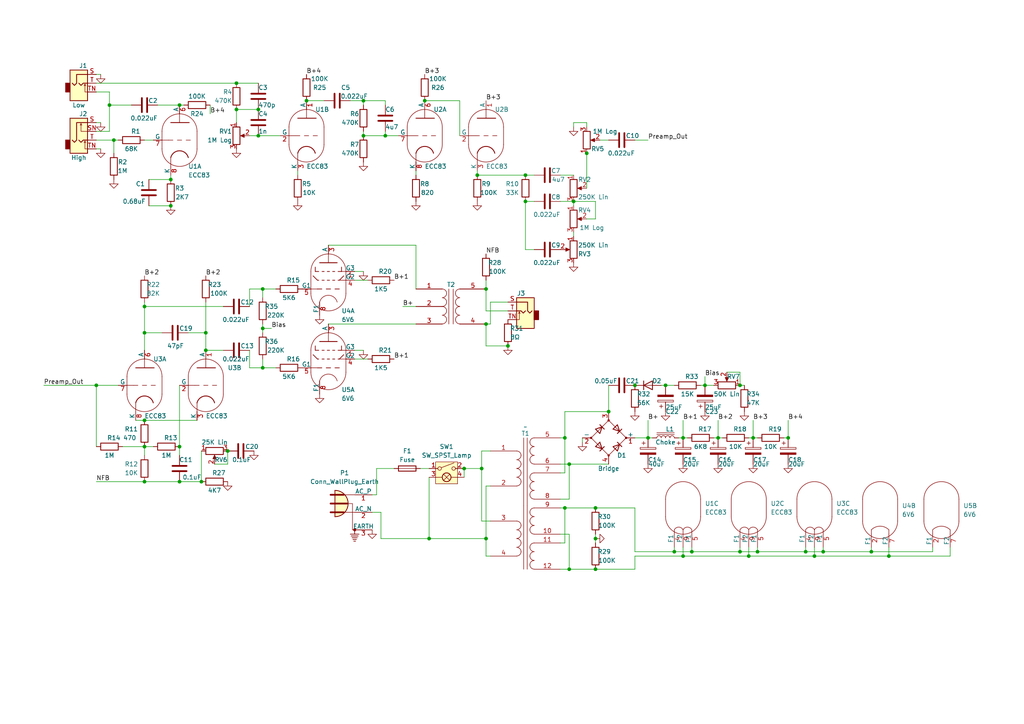
<source format=kicad_sch>
(kicad_sch (version 20230121) (generator eeschema)
  (paper "A4")
  (lib_symbols
    (symbol "Connector:Conn_WallPlug_Earth" (pin_names (offset 0))
      (property "Reference" "P" (at 0 3.81 0))
      (property "Value" "Conn_WallPlug_Earth" (at -5.08 0 90))
      (symbol "Conn_WallPlug_Earth_1_1"
        (pin power_out line (at 7.62 2.54 180) (length 5.08) (name "AC_P") (number "1"))
        (pin power_out line (at 7.62 -2.54 180) (length 5.08) (name "AC_N") (number "2"))
        (pin passive line (at 7.62 -7.62 180) (length 5.08) (name "EARTH") (number "3"))
      )
    )
    (symbol "Connector_Audio:AudioJack2_Switch"
      (property "Reference" "J" (at 0 11.43 0))
      (property "Value" "AudioJack2_Switch" (at 0 8.89 0))
      (symbol "AudioJack2_Switch_1_1"
        (pin passive line (at 5.08 5.08 180) (length 2.54) (name "~") (number "S"))
        (pin passive line (at 5.08 2.54 180) (length 2.54) (name "~") (number "SN"))
        (pin passive line (at 5.08 0 180) (length 2.54) (name "~") (number "T"))
        (pin passive line (at 5.08 -2.54 180) (length 2.54) (name "~") (number "TN"))
      )
    )
    (symbol "Connector_Audio:AudioJack2_SwitchT"
      (property "Reference" "J" (at 0 8.89 0))
      (property "Value" "AudioJack2_SwitchT" (at 0 6.35 0))
      (symbol "AudioJack2_SwitchT_1_1"
        (pin passive line (at 5.08 2.54 180) (length 2.54) (name "~") (number "S"))
        (pin passive line (at 5.08 0 180) (length 2.54) (name "~") (number "T"))
        (pin passive line (at 5.08 -2.54 180) (length 2.54) (name "~") (number "TN"))
      )
    )
    (symbol "Device:C" (pin_numbers hide) (pin_names (offset 0.254))
      (property "Reference" "C" (at 0.635 2.54 0))
      (property "Value" "C" (at 0.635 -2.54 0))
      (symbol "C_1_1"
        (pin passive line (at 0 3.81 270) (length 2.794) (name "~") (number "1"))
        (pin passive line (at 0 -3.81 90) (length 2.794) (name "~") (number "2"))
      )
    )
    (symbol "Device:C_Polarized" (pin_numbers hide) (pin_names (offset 0.254))
      (property "Reference" "C" (at 0.635 2.54 0))
      (property "Value" "C_Polarized" (at 0.635 -2.54 0))
      (symbol "C_Polarized_1_1"
        (pin passive line (at 0 3.81 270) (length 2.794) (name "~") (number "1"))
        (pin passive line (at 0 -3.81 90) (length 2.794) (name "~") (number "2"))
      )
    )
    (symbol "Device:D" (pin_numbers hide) (pin_names (offset 1.016) hide)
      (property "Reference" "D" (at 0 2.54 0))
      (property "Value" "D" (at 0 -2.54 0))
      (symbol "D_1_1"
        (pin passive line (at -3.81 0 0) (length 2.54) (name "K") (number "1"))
        (pin passive line (at 3.81 0 180) (length 2.54) (name "A") (number "2"))
      )
    )
    (symbol "Device:D_Bridge_+-AA" (pin_names (offset 0))
      (property "Reference" "D" (at 2.54 6.985 0))
      (property "Value" "D_Bridge_+-AA" (at 2.54 5.08 0))
      (symbol "D_Bridge_+-AA_1_1"
        (pin passive line (at 7.62 0 180) (length 2.54) (name "+") (number "1"))
        (pin passive line (at -7.62 0 0) (length 2.54) (name "-") (number "2"))
        (pin passive line (at 0 7.62 270) (length 2.54) (name "~") (number "3"))
        (pin passive line (at 0 -7.62 90) (length 2.54) (name "~") (number "4"))
      )
    )
    (symbol "Device:Fuse" (pin_numbers hide) (pin_names (offset 0))
      (property "Reference" "F" (at 2.032 0 90))
      (property "Value" "Fuse" (at -1.905 0 90))
      (symbol "Fuse_1_1"
        (pin passive line (at 0 3.81 270) (length 1.27) (name "~") (number "1"))
        (pin passive line (at 0 -3.81 90) (length 1.27) (name "~") (number "2"))
      )
    )
    (symbol "Device:L_Iron" (pin_numbers hide) (pin_names (offset 1.016) hide)
      (property "Reference" "L" (at -1.27 0 90))
      (property "Value" "L_Iron" (at 2.794 0 90))
      (symbol "L_Iron_1_1"
        (pin passive line (at 0 3.81 270) (length 1.27) (name "1") (number "1"))
        (pin passive line (at 0 -3.81 90) (length 1.27) (name "2") (number "2"))
      )
    )
    (symbol "Device:R" (pin_numbers hide) (pin_names (offset 0))
      (property "Reference" "R" (at 2.032 0 90))
      (property "Value" "R" (at 0 0 90))
      (symbol "R_1_1"
        (pin passive line (at 0 3.81 270) (length 1.27) (name "~") (number "1"))
        (pin passive line (at 0 -3.81 90) (length 1.27) (name "~") (number "2"))
      )
    )
    (symbol "Device:R_Potentiometer" (pin_names (offset 1.016) hide)
      (property "Reference" "RV" (at -4.445 0 90))
      (property "Value" "R_Potentiometer" (at -2.54 0 90))
      (symbol "R_Potentiometer_1_1"
        (pin passive line (at 0 3.81 270) (length 1.27) (name "1") (number "1"))
        (pin passive line (at 3.81 0 180) (length 1.27) (name "2") (number "2"))
        (pin passive line (at 0 -3.81 90) (length 1.27) (name "3") (number "3"))
      )
    )
    (symbol "Device:Transformer_SP_1S" (pin_names (offset 1.016) hide)
      (property "Reference" "T" (at 0 6.35 0))
      (property "Value" "Transformer_SP_1S" (at 0 -7.62 0))
      (symbol "Transformer_SP_1S_1_1"
        (pin passive line (at -10.16 5.08 0) (length 7.62) (name "PR1") (number "1"))
        (pin passive line (at -10.16 0 0) (length 7.62) (name "PM") (number "2"))
        (pin passive line (at -10.16 -5.08 0) (length 7.62) (name "PR2") (number "3"))
        (pin passive line (at 10.16 -5.08 180) (length 7.62) (name "S1") (number "4"))
        (pin passive line (at 10.16 5.08 180) (length 7.62) (name "S2") (number "5"))
      )
    )
    (symbol "My_Symbols:Transformer_2P_4S"
      (property "Reference" "U" (at 0 22.86 0))
      (symbol "Transformer_2P_4S_1_1"
        (pin passive line (at -10.16 15.24 0) (length 7.62) (name "") (number "1"))
        (pin passive line (at 10.16 -8.89 180) (length 7.62) (name "") (number "10"))
        (pin passive line (at 10.16 -11.43 180) (length 7.62) (name "") (number "11"))
        (pin passive line (at 10.16 -19.05 180) (length 7.62) (name "") (number "12"))
        (pin passive line (at -10.16 5.08 0) (length 7.62) (name "") (number "2"))
        (pin passive line (at -10.16 -5.08 0) (length 7.62) (name "") (number "3"))
        (pin passive line (at -10.16 -15.24 0) (length 7.62) (name "") (number "4"))
        (pin passive line (at 10.16 19.05 180) (length 7.62) (name "") (number "5"))
        (pin passive line (at 10.16 11.43 180) (length 7.62) (name "") (number "6"))
        (pin passive line (at 10.16 8.89 180) (length 7.62) (name "") (number "7"))
        (pin passive line (at 10.16 1.27 180) (length 7.62) (name "") (number "8"))
        (pin passive line (at 10.16 -1.27 180) (length 7.62) (name "") (number "9"))
      )
    )
    (symbol "Switch:SW_SPST_Lamp" (pin_names (offset 1.016) hide)
      (property "Reference" "SW" (at 0 6.35 0))
      (property "Value" "SW_SPST_Lamp" (at 0 -3.81 0))
      (symbol "SW_SPST_Lamp_0_1"
        (pin passive line (at -5.08 2.54 0) (length 2.54) (name "1") (number "1"))
        (pin passive line (at 5.08 2.54 180) (length 2.54) (name "2") (number "2"))
        (pin passive line (at -5.08 0 0) (length 2.54) (name "L") (number "3"))
        (pin passive line (at 5.08 0 180) (length 2.54) (name "L") (number "4"))
      )
    )
    (symbol "Valve:ECC83" (pin_names (offset 0))
      (property "Reference" "U" (at 3.302 7.874 0))
      (property "Value" "ECC83" (at 8.89 -7.62 0))
      (symbol "ECC83_1_1"
        (pin output line (at 0 10.16 270) (length 2.54) (name "A") (number "6"))
        (pin input line (at -7.62 0 0) (length 2.54) (name "G") (number "7"))
        (pin bidirectional line (at -2.54 -10.16 90) (length 2.54) (name "K") (number "8"))
      )
      (symbol "ECC83_2_1"
        (pin output line (at 0 10.16 270) (length 2.54) (name "A") (number "1"))
        (pin input line (at -7.62 0 0) (length 2.54) (name "G") (number "2"))
        (pin bidirectional line (at -2.54 -10.16 90) (length 2.54) (name "K") (number "3"))
      )
      (symbol "ECC83_3_1"
        (pin power_in line (at -2.54 -11.43 90) (length 5.08) (name "F1") (number "4"))
        (pin power_in line (at 2.54 -11.43 90) (length 5.08) (name "F1") (number "5"))
        (pin power_in line (at 0 -11.43 90) (length 5.08) (name "F2") (number "9"))
      )
    )
    (symbol "Valve:EL34" (pin_names (offset 0))
      (property "Reference" "U" (at 5.08 8.89 0))
      (property "Value" "EL34" (at 6.35 -7.62 0))
      (symbol "EL34_1_1"
        (pin input line (at 7.62 3.81 180) (length 2.54) (name "G3") (number "1"))
        (pin output line (at 0 11.43 270) (length 2.54) (name "A") (number "3"))
        (pin input line (at 7.62 1.27 180) (length 2.54) (name "G2") (number "4"))
        (pin input line (at -7.62 -1.27 0) (length 2.54) (name "G1") (number "5"))
        (pin power_in line (at -2.54 -8.89 90) (length 3.81) (name "F1") (number "8"))
      )
      (symbol "EL34_2_1"
        (pin power_in line (at -2.54 -10.16 90) (length 3.81) (name "F1") (number "2"))
        (pin power_in line (at 2.54 -10.16 90) (length 3.81) (name "F2") (number "7"))
      )
    )
    (symbol "power:GND" (power) (pin_names (offset 0))
      (property "Value" "GND" (at 0 -3.81 0))
      (symbol "GND_1_1"
        (pin power_in line (at 0 0 270) (length 0) hide (name "GND") (number "1"))
      )
    )
  )
  (junction (at 111.76 39.37))
  (junction (at 176.53 119.38))
  (junction (at 219.71 160.02))
  (junction (at 214.63 111.76))
  (junction (at 152.4 58.42))
  (junction (at 74.93 31.75))
  (junction (at 139.7 135.89))
  (junction (at 88.9 29.21))
  (junction (at 228.6 127))
  (junction (at 252.73 160.02))
  (junction (at 165.1 165.1))
  (junction (at 165.1 134.62))
  (junction (at 204.47 111.76))
  (junction (at 68.58 24.13))
  (junction (at 41.91 121.92))
  (junction (at 152.4 50.8))
  (junction (at 208.28 127))
  (junction (at 138.43 50.8))
  (junction (at 76.2 83.82))
  (junction (at 233.68 160.02))
  (junction (at 134.62 135.89))
  (junction (at 68.58 31.75))
  (junction (at 214.63 160.02))
  (junction (at 41.91 96.52))
  (junction (at 76.2 106.68))
  (junction (at 41.91 129.54))
  (junction (at 105.41 39.37))
  (junction (at 217.17 161.29))
  (junction (at 33.02 40.64))
  (junction (at 193.04 111.76))
  (junction (at 172.72 147.32))
  (junction (at 195.58 160.02))
  (junction (at 236.22 161.29))
  (junction (at 140.97 83.82))
  (junction (at 147.32 100.33))
  (junction (at 52.07 30.48))
  (junction (at 218.44 127))
  (junction (at 257.81 161.29))
  (junction (at 184.15 111.76))
  (junction (at 163.83 127))
  (junction (at 140.97 156.21))
  (junction (at 74.93 39.37))
  (junction (at 170.18 44.45))
  (junction (at 166.37 58.42))
  (junction (at 172.72 156.21))
  (junction (at 52.07 139.7))
  (junction (at 52.07 129.54))
  (junction (at 66.04 130.81))
  (junction (at 124.46 156.21))
  (junction (at 198.12 127))
  (junction (at 49.53 59.69))
  (junction (at 49.53 52.07))
  (junction (at 200.66 160.02))
  (junction (at 41.91 88.9))
  (junction (at 123.19 29.21))
  (junction (at 198.12 161.29))
  (junction (at 163.83 147.32))
  (junction (at 140.97 93.98))
  (junction (at 31.75 30.48))
  (junction (at 59.69 96.52))
  (junction (at 27.94 111.76))
  (junction (at 172.72 165.1))
  (junction (at 59.69 101.6))
  (junction (at 58.42 139.7))
  (junction (at 41.91 139.7))
  (junction (at 105.41 29.21))
  (junction (at 187.96 127))
  (junction (at 76.2 95.25))
  (junction (at 238.76 160.02))
  (wire (pts (xy 176.53 111.76) (xy 176.53 119.38)))
  (wire (pts (xy 165.1 134.62) (xy 165.1 144.78)))
  (wire (pts (xy 106.68 81.28) (xy 102.87 81.28)))
  (wire (pts (xy 109.22 143.51) (xy 109.22 135.89)))
  (wire (pts (xy 187.96 40.64) (xy 184.15 40.64)))
  (wire (pts (xy 165.1 144.78) (xy 162.56 144.78)))
  (wire (pts (xy 31.75 38.1) (xy 31.75 30.48)))
  (wire (pts (xy 140.97 140.97) (xy 140.97 156.21)))
  (wire (pts (xy 184.15 161.29) (xy 198.12 161.29)))
  (wire (pts (xy 59.69 96.52) (xy 59.69 101.6)))
  (wire (pts (xy 163.83 137.16) (xy 162.56 137.16)))
  (wire (pts (xy 105.41 39.37) (xy 111.76 39.37)))
  (wire (pts (xy 35.56 129.54) (xy 41.91 129.54)))
  (wire (pts (xy 76.2 83.82) (xy 72.39 83.82)))
  (wire (pts (xy 170.18 35.56) (xy 170.18 36.83)))
  (wire (pts (xy 218.44 127) (xy 219.71 127)))
  (wire (pts (xy 166.37 35.56) (xy 166.37 36.83)))
  (wire (pts (xy 31.75 26.67) (xy 27.94 26.67)))
  (wire (pts (xy 154.94 58.42) (xy 152.4 58.42)))
  (wire (pts (xy 168.91 128.27) (xy 168.91 127)))
  (wire (pts (xy 134.62 138.43) (xy 134.62 135.89)))
  (wire (pts (xy 52.07 132.08) (xy 52.07 129.54)))
  (wire (pts (xy 166.37 50.8) (xy 162.56 50.8)))
  (wire (pts (xy 142.24 130.81) (xy 139.7 130.81)))
  (wire (pts (xy 120.65 50.8) (xy 120.65 49.53)))
  (wire (pts (xy 133.35 29.21) (xy 133.35 39.37)))
  (wire (pts (xy 110.49 148.59) (xy 110.49 156.21)))
  (wire (pts (xy 204.47 109.22) (xy 204.47 111.76)))
  (wire (pts (xy 275.59 161.29) (xy 275.59 158.75)))
  (wire (pts (xy 152.4 72.39) (xy 154.94 72.39)))
  (wire (pts (xy 59.69 87.63) (xy 59.69 96.52)))
  (wire (pts (xy 29.21 21.59) (xy 27.94 21.59)))
  (wire (pts (xy 165.1 165.1) (xy 162.56 165.1)))
  (wire (pts (xy 95.25 71.12) (xy 120.65 71.12)))
  (wire (pts (xy 121.92 135.89) (xy 124.46 135.89)))
  (wire (pts (xy 41.91 129.54) (xy 44.45 129.54)))
  (wire (pts (xy 12.7 111.76) (xy 27.94 111.76)))
  (wire (pts (xy 172.72 58.42) (xy 166.37 58.42)))
  (wire (pts (xy 154.94 50.8) (xy 152.4 50.8)))
  (wire (pts (xy 227.33 127) (xy 228.6 127)))
  (wire (pts (xy 27.94 24.13) (xy 68.58 24.13)))
  (wire (pts (xy 198.12 161.29) (xy 217.17 161.29)))
  (wire (pts (xy 72.39 39.37) (xy 74.93 39.37)))
  (wire (pts (xy 170.18 63.5) (xy 172.72 63.5)))
  (wire (pts (xy 41.91 96.52) (xy 41.91 101.6)))
  (wire (pts (xy 41.91 40.64) (xy 44.45 40.64)))
  (wire (pts (xy 66.04 130.81) (xy 66.04 134.62)))
  (wire (pts (xy 78.74 95.25) (xy 76.2 95.25)))
  (wire (pts (xy 105.41 39.37) (xy 105.41 38.1)))
  (wire (pts (xy 233.68 160.02) (xy 238.76 160.02)))
  (wire (pts (xy 142.24 140.97) (xy 140.97 140.97)))
  (wire (pts (xy 142.24 93.98) (xy 142.24 87.63)))
  (wire (pts (xy 123.19 29.21) (xy 133.35 29.21)))
  (wire (pts (xy 80.01 83.82) (xy 76.2 83.82)))
  (wire (pts (xy 29.21 43.18) (xy 27.94 43.18)))
  (wire (pts (xy 140.97 156.21) (xy 140.97 161.29)))
  (wire (pts (xy 215.9 111.76) (xy 214.63 111.76)))
  (wire (pts (xy 27.94 139.7) (xy 41.91 139.7)))
  (wire (pts (xy 152.4 58.42) (xy 152.4 72.39)))
  (wire (pts (xy 105.41 30.48) (xy 105.41 29.21)))
  (wire (pts (xy 217.17 161.29) (xy 236.22 161.29)))
  (wire (pts (xy 41.91 96.52) (xy 46.99 96.52)))
  (wire (pts (xy 210.82 107.95) (xy 214.63 107.95)))
  (wire (pts (xy 196.85 127) (xy 198.12 127)))
  (wire (pts (xy 199.39 127) (xy 198.12 127)))
  (wire (pts (xy 138.43 49.53) (xy 138.43 50.8)))
  (wire (pts (xy 147.32 90.17) (xy 140.97 90.17)))
  (wire (pts (xy 162.56 127) (xy 163.83 127)))
  (wire (pts (xy 236.22 161.29) (xy 257.81 161.29)))
  (wire (pts (xy 111.76 39.37) (xy 115.57 39.37)))
  (wire (pts (xy 111.76 29.21) (xy 111.76 30.48)))
  (wire (pts (xy 252.73 160.02) (xy 270.51 160.02)))
  (wire (pts (xy 58.42 139.7) (xy 52.07 139.7)))
  (wire (pts (xy 107.95 143.51) (xy 109.22 143.51)))
  (wire (pts (xy 27.94 38.1) (xy 31.75 38.1)))
  (wire (pts (xy 140.97 90.17) (xy 140.97 83.82)))
  (wire (pts (xy 238.76 160.02) (xy 238.76 158.75)))
  (wire (pts (xy 105.41 29.21) (xy 111.76 29.21)))
  (wire (pts (xy 111.76 39.37) (xy 111.76 38.1)))
  (wire (pts (xy 208.28 121.92) (xy 208.28 127)))
  (wire (pts (xy 31.75 30.48) (xy 38.1 30.48)))
  (wire (pts (xy 195.58 158.75) (xy 195.58 160.02)))
  (wire (pts (xy 163.83 127) (xy 163.83 137.16)))
  (wire (pts (xy 163.83 147.32) (xy 172.72 147.32)))
  (wire (pts (xy 170.18 44.45) (xy 170.18 54.61)))
  (wire (pts (xy 33.02 40.64) (xy 27.94 40.64)))
  (wire (pts (xy 172.72 147.32) (xy 184.15 147.32)))
  (wire (pts (xy 198.12 158.75) (xy 198.12 161.29)))
  (wire (pts (xy 101.6 29.21) (xy 105.41 29.21)))
  (wire (pts (xy 172.72 63.5) (xy 172.72 58.42)))
  (wire (pts (xy 187.96 127) (xy 189.23 127)))
  (wire (pts (xy 76.2 104.14) (xy 76.2 106.68)))
  (wire (pts (xy 49.53 52.07) (xy 49.53 50.8)))
  (wire (pts (xy 236.22 161.29) (xy 236.22 158.75)))
  (wire (pts (xy 59.69 101.6) (xy 64.77 101.6)))
  (wire (pts (xy 43.18 52.07) (xy 49.53 52.07)))
  (wire (pts (xy 166.37 58.42) (xy 166.37 59.69)))
  (wire (pts (xy 270.51 160.02) (xy 270.51 158.75)))
  (wire (pts (xy 106.68 104.14) (xy 102.87 104.14)))
  (wire (pts (xy 45.72 30.48) (xy 52.07 30.48)))
  (wire (pts (xy 207.01 127) (xy 208.28 127)))
  (wire (pts (xy 200.66 160.02) (xy 214.63 160.02)))
  (wire (pts (xy 217.17 161.29) (xy 217.17 158.75)))
  (wire (pts (xy 176.53 40.64) (xy 173.99 40.64)))
  (wire (pts (xy 139.7 135.89) (xy 139.7 151.13)))
  (wire (pts (xy 165.1 165.1) (xy 172.72 165.1)))
  (wire (pts (xy 41.91 139.7) (xy 52.07 139.7)))
  (wire (pts (xy 238.76 160.02) (xy 252.73 160.02)))
  (wire (pts (xy 43.18 59.69) (xy 49.53 59.69)))
  (wire (pts (xy 228.6 121.92) (xy 228.6 127)))
  (wire (pts (xy 166.37 67.31) (xy 166.37 68.58)))
  (wire (pts (xy 139.7 130.81) (xy 139.7 135.89)))
  (wire (pts (xy 217.17 127) (xy 218.44 127)))
  (wire (pts (xy 52.07 111.76) (xy 52.07 129.54)))
  (wire (pts (xy 31.75 30.48) (xy 31.75 26.67)))
  (wire (pts (xy 172.72 156.21) (xy 172.72 157.48)))
  (wire (pts (xy 66.04 134.62) (xy 62.23 134.62)))
  (wire (pts (xy 170.18 43.18) (xy 170.18 44.45)))
  (wire (pts (xy 184.15 127) (xy 187.96 127)))
  (wire (pts (xy 257.81 161.29) (xy 257.81 158.75)))
  (wire (pts (xy 142.24 93.98) (xy 140.97 93.98)))
  (wire (pts (xy 184.15 160.02) (xy 195.58 160.02)))
  (wire (pts (xy 187.96 121.92) (xy 187.96 127)))
  (wire (pts (xy 162.56 134.62) (xy 165.1 134.62)))
  (wire (pts (xy 163.83 157.48) (xy 162.56 157.48)))
  (wire (pts (xy 74.93 39.37) (xy 81.28 39.37)))
  (wire (pts (xy 72.39 83.82) (xy 72.39 88.9)))
  (wire (pts (xy 140.97 81.28) (xy 140.97 83.82)))
  (wire (pts (xy 203.2 111.76) (xy 204.47 111.76)))
  (wire (pts (xy 184.15 165.1) (xy 184.15 161.29)))
  (wire (pts (xy 76.2 106.68) (xy 72.39 106.68)))
  (wire (pts (xy 219.71 160.02) (xy 219.71 158.75)))
  (wire (pts (xy 64.77 88.9) (xy 41.91 88.9)))
  (wire (pts (xy 41.91 121.92) (xy 57.15 121.92)))
  (wire (pts (xy 195.58 111.76) (xy 193.04 111.76)))
  (wire (pts (xy 120.65 71.12) (xy 120.65 83.82)))
  (wire (pts (xy 214.63 160.02) (xy 219.71 160.02)))
  (wire (pts (xy 76.2 96.52) (xy 76.2 95.25)))
  (wire (pts (xy 105.41 78.74) (xy 102.87 78.74)))
  (wire (pts (xy 86.36 49.53) (xy 86.36 50.8)))
  (wire (pts (xy 200.66 158.75) (xy 200.66 160.02)))
  (wire (pts (xy 166.37 35.56) (xy 170.18 35.56)))
  (wire (pts (xy 95.25 93.98) (xy 120.65 93.98)))
  (wire (pts (xy 109.22 135.89) (xy 114.3 135.89)))
  (wire (pts (xy 214.63 107.95) (xy 214.63 111.76)))
  (wire (pts (xy 72.39 106.68) (xy 72.39 101.6)))
  (wire (pts (xy 76.2 95.25) (xy 76.2 93.98)))
  (wire (pts (xy 60.96 33.02) (xy 60.96 30.48)))
  (wire (pts (xy 34.29 40.64) (xy 33.02 40.64)))
  (wire (pts (xy 166.37 58.42) (xy 162.56 58.42)))
  (wire (pts (xy 195.58 160.02) (xy 200.66 160.02)))
  (wire (pts (xy 204.47 111.76) (xy 207.01 111.76)))
  (wire (pts (xy 163.83 119.38) (xy 176.53 119.38)))
  (wire (pts (xy 54.61 96.52) (xy 59.69 96.52)))
  (wire (pts (xy 53.34 30.48) (xy 52.07 30.48)))
  (wire (pts (xy 218.44 121.92) (xy 218.44 127)))
  (wire (pts (xy 219.71 160.02) (xy 233.68 160.02)))
  (wire (pts (xy 68.58 31.75) (xy 74.93 31.75)))
  (wire (pts (xy 214.63 160.02) (xy 214.63 158.75)))
  (wire (pts (xy 76.2 86.36) (xy 76.2 83.82)))
  (wire (pts (xy 193.04 111.76) (xy 191.77 111.76)))
  (wire (pts (xy 80.01 106.68) (xy 76.2 106.68)))
  (wire (pts (xy 140.97 161.29) (xy 142.24 161.29)))
  (wire (pts (xy 208.28 127) (xy 209.55 127)))
  (wire (pts (xy 116.84 88.9) (xy 120.65 88.9)))
  (wire (pts (xy 172.72 165.1) (xy 184.15 165.1)))
  (wire (pts (xy 139.7 151.13) (xy 142.24 151.13)))
  (wire (pts (xy 39.37 121.92) (xy 41.91 121.92)))
  (wire (pts (xy 140.97 100.33) (xy 147.32 100.33)))
  (wire (pts (xy 134.62 135.89) (xy 139.7 135.89)))
  (wire (pts (xy 27.94 111.76) (xy 34.29 111.76)))
  (wire (pts (xy 140.97 100.33) (xy 140.97 93.98)))
  (wire (pts (xy 68.58 24.13) (xy 74.93 24.13)))
  (wire (pts (xy 138.43 50.8) (xy 152.4 50.8)))
  (wire (pts (xy 142.24 87.63) (xy 147.32 87.63)))
  (wire (pts (xy 33.02 44.45) (xy 33.02 40.64)))
  (wire (pts (xy 163.83 119.38) (xy 163.83 127)))
  (wire (pts (xy 162.56 147.32) (xy 163.83 147.32)))
  (wire (pts (xy 41.91 87.63) (xy 41.91 88.9)))
  (wire (pts (xy 124.46 156.21) (xy 140.97 156.21)))
  (wire (pts (xy 165.1 154.94) (xy 165.1 165.1)))
  (wire (pts (xy 172.72 154.94) (xy 172.72 156.21)))
  (wire (pts (xy 110.49 156.21) (xy 124.46 156.21)))
  (wire (pts (xy 252.73 160.02) (xy 252.73 158.75)))
  (wire (pts (xy 41.91 132.08) (xy 41.91 129.54)))
  (wire (pts (xy 107.95 148.59) (xy 110.49 148.59)))
  (wire (pts (xy 162.56 154.94) (xy 165.1 154.94)))
  (wire (pts (xy 165.1 134.62) (xy 176.53 134.62)))
  (wire (pts (xy 68.58 31.75) (xy 68.58 35.56)))
  (wire (pts (xy 29.21 35.56) (xy 27.94 35.56)))
  (wire (pts (xy 88.9 29.21) (xy 93.98 29.21)))
  (wire (pts (xy 58.42 139.7) (xy 58.42 130.81)))
  (wire (pts (xy 257.81 161.29) (xy 275.59 161.29)))
  (wire (pts (xy 163.83 147.32) (xy 163.83 157.48)))
  (wire (pts (xy 41.91 88.9) (xy 41.91 96.52)))
  (wire (pts (xy 105.41 101.6) (xy 102.87 101.6)))
  (wire (pts (xy 198.12 121.92) (xy 198.12 127)))
  (wire (pts (xy 233.68 160.02) (xy 233.68 158.75)))
  (wire (pts (xy 184.15 147.32) (xy 184.15 160.02)))
  (wire (pts (xy 124.46 138.43) (xy 124.46 156.21)))
  (wire (pts (xy 27.94 111.76) (xy 27.94 129.54)))
  (label "B+2" (at 41.91 80.01 0))
  (label "B+2" (at 208.28 121.92 0))
  (label "Preamp_Out" (at 187.96 40.64 0))
  (label "B+4" (at 228.6 121.92 0))
  (label "B+3" (at 140.97 29.21 0))
  (label "NFB" (at 27.94 139.7 0))
  (label "B+1" (at 114.3 104.14 0))
  (label "Bias" (at 78.74 95.25 0))
  (label "B+3" (at 218.44 121.92 0))
  (label "B+" (at 116.84 88.9 0))
  (label "B+4" (at 88.9 21.59 0))
  (label "Bias" (at 204.47 109.22 0))
  (label "Preamp_Out" (at 12.7 111.76 0))
  (label "B+1" (at 114.3 81.28 0))
  (label "B+" (at 187.96 121.92 0))
  (label "B+1" (at 198.12 121.92 0))
  (label "B+3" (at 123.19 21.59 0))
  (label "NFB" (at 140.97 73.66 0))
  (label "B+4" (at 60.96 33.02 0))
  (label "B+2" (at 59.69 80.01 0))
  (symbol (lib_id "power:GND") (at 193.04 119.38 0) (unit 1)
    (property "Reference" "#PWR029" (effects hide))
    (property "Value" "GND" (effects hide))
  )
  (symbol (lib_id "Device:D_Bridge_+-AA") (at 176.53 127 0) (unit 1)
    (property "Reference" "D1" (at 180.34 132.08 0))
    (property "Value" "Bridge" (at 176.53 135.89 0))
  )
  (symbol (lib_id "Switch:SW_SPST_Lamp") (at 129.54 138.43 0) (unit 1)
    (property "Reference" "SW1" (at 129.54 129.54 0))
    (property "Value" "SW_SPST_Lamp" (at 129.54 132.08 0))
  )
  (symbol (lib_id "Device:C_Polarized") (at 218.44 130.81 0) (unit 1)
    (property "Reference" "C17" (at 218.44 133.35 0) (effects (justify left)))
    (property "Value" "20uF" (at 218.44 134.62 0) (effects (justify left)))
    (property "Footprint" "Capacitor_THT:CP_Radial_D13.0mm_P5.00mm" (effects hide))
  )
  (symbol (lib_id "Device:R") (at 33.02 48.26 180) (unit 1)
    (property "Reference" "R2" (at 35.56 46.99 0))
    (property "Value" "1M" (at 35.56 49.53 0))
  )
  (symbol (lib_id "Device:Transformer_SP_1S") (at 130.81 88.9 0) (unit 1)
    (property "Reference" "T2" (at 130.81 82.55 0))
    (property "Value" "Transformer_SP_1S" (effects hide))
  )
  (symbol (lib_id "Connector:Conn_WallPlug_Earth") (at 100.33 146.05 0) (unit 1)
    (property "Reference" "P1" (at 99.9363 137.16 0))
    (property "Value" "Conn_WallPlug_Earth" (at 99.9363 139.7 0))
  )
  (symbol (lib_id "Device:L_Iron") (at 193.04 127 90) (unit 1)
    (property "Reference" "L1" (at 194.31 124.46 90))
    (property "Value" "Choke" (at 193.04 128.27 90))
  )
  (symbol (lib_id "Device:C_Polarized") (at 204.47 115.57 0) (mirror x) (unit 1)
    (property "Reference" "C23" (at 204.47 119.38 0) (effects (justify left)))
    (property "Value" "25uF" (at 204.47 118.11 0) (effects (justify left)))
    (property "Footprint" "Capacitor_THT:CP_Radial_D13.0mm_P5.00mm" (effects hide))
  )
  (symbol (lib_id "Device:R_Potentiometer") (at 166.37 63.5 0) (unit 1)
    (property "Reference" "RV4" (at 171.45 60.96 0) (effects (justify right)))
    (property "Value" "1M Log" (at 175.26 66.04 0) (effects (justify right)))
  )
  (symbol (lib_id "power:GND") (at 49.53 59.69 0) (unit 1)
    (property "Reference" "#PWR05" (effects hide))
    (property "Value" "GND" (effects hide))
  )
  (symbol (lib_id "Device:R") (at 172.72 151.13 180) (unit 1)
    (property "Reference" "R30" (at 175.26 149.86 0))
    (property "Value" "100K " (at 176.53 152.4 0))
  )
  (symbol (lib_id "power:GND") (at 92.71 91.44 0) (unit 1)
    (property "Reference" "#PWR015" (effects hide))
    (property "Value" "GND" (effects hide))
  )
  (symbol (lib_id "Valve:ECC83") (at 41.91 111.76 0) (unit 1)
    (property "Reference" "U3" (at 44.45 104.14 0) (effects (justify left)))
    (property "Value" "ECC83" (at 41.91 120.65 0) (effects (justify left)))
    (property "Footprint" "Valve:Valve_Noval_P" (effects hide))
    (property "Datasheet" "http://www.r-type.org/pdfs/ecc83.pdf" (effects hide))
  )
  (symbol (lib_id "power:GND") (at 166.37 76.2 0) (unit 1)
    (property "Reference" "#PWR011" (effects hide))
    (property "Value" "GND" (effects hide))
  )
  (symbol (lib_id "power:GND") (at 204.47 119.38 0) (unit 1)
    (property "Reference" "#PWR030" (effects hide))
    (property "Value" "GND" (effects hide))
  )
  (symbol (lib_id "Device:R") (at 152.4 54.61 180) (unit 1)
    (property "Reference" "R10" (at 148.59 53.34 0))
    (property "Value" "33K" (at 148.59 55.88 0))
  )
  (symbol (lib_id "Valve:ECC83") (at 198.12 147.32 0) (unit 3)
    (property "Reference" "U1" (at 204.47 146.05 0) (effects (justify left)))
    (property "Value" "ECC83" (at 204.47 148.59 0) (effects (justify left)))
    (property "Footprint" "Valve:Valve_Noval_P" (effects hide))
    (property "Datasheet" "http://www.r-type.org/pdfs/ecc83.pdf" (effects hide))
  )
  (symbol (lib_id "Device:C") (at 97.79 29.21 90) (unit 1)
    (property "Reference" "C5" (at 101.6 25.4 90) (effects (justify left)))
    (property "Value" "0.022uF" (at 106.68 27.94 90) (effects (justify left)))
    (property "Footprint" "Capacitor_THT:CP_Radial_D8.0mm_P5.00mm" (effects hide))
  )
  (symbol (lib_id "Connector_Audio:AudioJack2_SwitchT") (at 22.86 24.13 0) (unit 1)
    (property "Reference" "J1" (at 24.13 19.05 0))
    (property "Value" "Low" (at 22.86 30.48 0))
  )
  (symbol (lib_id "Device:R") (at 83.82 83.82 90) (unit 1)
    (property "Reference" "R15" (at 85.09 81.28 90))
    (property "Value" "5K6" (at 83.82 86.36 90))
  )
  (symbol (lib_id "power:GND") (at 105.41 101.6 0) (unit 1)
    (property "Reference" "#PWR016" (effects hide))
    (property "Value" "GND" (effects hide))
  )
  (symbol (lib_id "Device:R") (at 203.2 127 90) (unit 1)
    (property "Reference" "R17" (at 204.47 124.46 90))
    (property "Value" "6K8" (at 203.2 129.54 90))
  )
  (symbol (lib_id "Device:C_Polarized") (at 193.04 115.57 0) (mirror x) (unit 1)
    (property "Reference" "C22" (at 193.04 119.38 0) (effects (justify left)))
    (property "Value" "25uF" (at 193.04 118.11 0) (effects (justify left)))
    (property "Footprint" "Capacitor_THT:CP_Radial_D13.0mm_P5.00mm" (effects hide))
  )
  (symbol (lib_id "Device:R") (at 184.15 115.57 0) (unit 1)
    (property "Reference" "R32" (at 186.69 114.3 0))
    (property "Value" "56K" (at 186.69 116.84 0))
  )
  (symbol (lib_id "power:GND") (at 73.66 130.81 0) (unit 1)
    (property "Reference" "#PWR025" (effects hide))
    (property "Value" "GND" (effects hide))
  )
  (symbol (lib_id "Device:R") (at 76.2 90.17 180) (unit 1)
    (property "Reference" "R35" (at 78.74 88.9 0))
    (property "Value" "220K" (at 80.01 91.44 0))
  )
  (symbol (lib_id "power:GND") (at 208.28 134.62 0) (unit 1)
    (property "Reference" "#PWR021" (effects hide))
    (property "Value" "GND" (effects hide))
  )
  (symbol (lib_id "Valve:ECC83") (at 59.69 111.76 0) (unit 2)
    (property "Reference" "U3" (at 66.04 106.68 0) (effects (justify left)))
    (property "Value" "ECC83" (at 59.69 120.65 0) (effects (justify left)))
    (property "Footprint" "Valve:Valve_Noval_P" (effects hide))
    (property "Datasheet" "http://www.r-type.org/pdfs/ecc83.pdf" (effects hide))
  )
  (symbol (lib_id "power:GND") (at 86.36 58.42 0) (unit 1)
    (property "Reference" "#PWR07" (effects hide))
    (property "Value" "GND" (effects hide))
  )
  (symbol (lib_id "power:GND") (at 187.96 134.62 0) (unit 1)
    (property "Reference" "#PWR019" (effects hide))
    (property "Value" "GND" (effects hide))
  )
  (symbol (lib_id "power:GND") (at 168.91 128.27 0) (unit 1)
    (property "Reference" "#PWR018" (effects hide))
    (property "Value" "GND" (effects hide))
  )
  (symbol (lib_id "Valve:EL34") (at 273.05 148.59 0) (unit 2)
    (property "Reference" "U5" (at 279.4 146.685 0) (effects (justify left)))
    (property "Value" "6V6" (at 279.4 149.225 0) (effects (justify left)))
    (property "Footprint" "Valve:Valve_Octal" (effects hide))
    (property "Datasheet" "http://www.r-type.org/pdfs/el34.pdf" (effects hide))
  )
  (symbol (lib_id "Valve:EL34") (at 95.25 105.41 0) (unit 1)
    (property "Reference" "U5" (at 99.06 113.03 0) (effects (justify left)))
    (property "Value" "6V6" (at 99.06 115.57 0) (effects (justify left)))
    (property "Footprint" "Valve:Valve_Octal" (effects hide))
    (property "Datasheet" "http://www.r-type.org/pdfs/el34.pdf" (effects hide))
  )
  (symbol (lib_id "Device:R") (at 105.41 43.18 180) (unit 1)
    (property "Reference" "R7" (at 102.87 41.91 0))
    (property "Value" "470K" (at 101.6 44.45 0))
  )
  (symbol (lib_id "power:GND") (at 218.44 134.62 0) (unit 1)
    (property "Reference" "#PWR022" (effects hide))
    (property "Value" "GND" (effects hide))
  )
  (symbol (lib_id "Device:C") (at 158.75 50.8 90) (unit 1)
    (property "Reference" "C7" (at 162.56 49.53 90) (effects (justify left)))
    (property "Value" "4u7" (at 163.83 52.07 90) (effects (justify left)))
    (property "Footprint" "Capacitor_THT:CP_Radial_D8.0mm_P5.00mm" (effects hide))
  )
  (symbol (lib_id "Device:C") (at 74.93 35.56 0) (unit 1)
    (property "Reference" "C4" (at 74.93 33.02 0) (effects (justify left)))
    (property "Value" "1n" (at 74.93 38.1 0) (effects (justify left)))
    (property "Footprint" "Capacitor_THT:CP_Radial_D8.0mm_P5.00mm" (effects hide))
  )
  (symbol (lib_id "Device:C") (at 50.8 96.52 90) (unit 1)
    (property "Reference" "C19" (at 55.88 95.25 90) (effects (justify left)))
    (property "Value" "47pF" (at 53.34 100.33 90) (effects (justify left)))
    (property "Footprint" "Capacitor_THT:CP_Radial_D8.0mm_P5.00mm" (effects hide))
  )
  (symbol (lib_id "Device:R") (at 138.43 54.61 180) (unit 1)
    (property "Reference" "R9" (at 140.97 53.34 0))
    (property "Value" "100K " (at 142.24 55.88 0))
  )
  (symbol (lib_id "Device:R") (at 213.36 127 90) (unit 1)
    (property "Reference" "R18" (at 214.63 124.46 90))
    (property "Value" "10K" (at 213.36 129.54 90))
  )
  (symbol (lib_id "Valve:ECC83") (at 140.97 39.37 0) (unit 2)
    (property "Reference" "U2" (at 143.51 31.75 0) (effects (justify left)))
    (property "Value" "ECC83" (at 140.97 48.26 0) (effects (justify left)))
    (property "Footprint" "Valve:Valve_Noval_P" (effects hide))
    (property "Datasheet" "http://www.r-type.org/pdfs/ecc83.pdf" (effects hide))
  )
  (symbol (lib_id "Device:R") (at 31.75 129.54 270) (unit 1)
    (property "Reference" "R14" (at 33.02 127 90))
    (property "Value" "1M" (at 31.75 132.08 90))
  )
  (symbol (lib_id "power:GND") (at 138.43 58.42 0) (unit 1)
    (property "Reference" "#PWR010" (effects hide))
    (property "Value" "GND" (effects hide))
  )
  (symbol (lib_id "power:GND") (at 68.58 43.18 0) (unit 1)
    (property "Reference" "#PWR06" (effects hide))
    (property "Value" "GND" (effects hide))
  )
  (symbol (lib_id "Device:R") (at 41.91 125.73 180) (unit 1)
    (property "Reference" "R11" (at 38.1 124.46 0))
    (property "Value" "470 " (at 38.1 127 0))
  )
  (symbol (lib_id "Device:R") (at 41.91 83.82 180) (unit 1)
    (property "Reference" "R22" (at 44.45 82.55 0))
    (property "Value" "82K" (at 44.45 85.09 0))
  )
  (symbol (lib_id "My_Symbols:Transformer_2P_4S") (at 152.4 146.05 0) (unit 1)
    (property "Reference" "T1" (at 152.4 125.73 0))
    (property "Value" "~" (at 152.4 123.825 0))
  )
  (symbol (lib_id "Device:R") (at 140.97 77.47 180) (unit 1)
    (property "Reference" "R28" (at 143.51 76.2 0))
    (property "Value" "100K " (at 144.78 78.74 0))
  )
  (symbol (lib_id "Connector_Audio:AudioJack2_Switch") (at 22.86 40.64 0) (unit 1)
    (property "Reference" "J2" (at 24.13 33.02 0))
    (property "Value" "High" (at 22.86 45.72 0))
  )
  (symbol (lib_id "power:GND") (at 105.41 46.99 0) (unit 1)
    (property "Reference" "#PWR08" (effects hide))
    (property "Value" "GND" (effects hide))
  )
  (symbol (lib_id "Device:C_Polarized") (at 187.96 130.81 0) (unit 1)
    (property "Reference" "C14" (at 187.96 133.35 0) (effects (justify left)))
    (property "Value" "40uF" (at 187.96 134.62 0) (effects (justify left)))
    (property "Footprint" "Capacitor_THT:CP_Radial_D13.0mm_P5.00mm" (effects hide))
  )
  (symbol (lib_id "Device:R") (at 62.23 139.7 270) (unit 1)
    (property "Reference" "R27" (at 63.5 137.16 90))
    (property "Value" "4K7" (at 62.23 142.24 90))
  )
  (symbol (lib_id "power:GND") (at 105.41 78.74 0) (unit 1)
    (property "Reference" "#PWR017" (effects hide))
    (property "Value" "GND" (effects hide))
  )
  (symbol (lib_id "Device:C_Polarized") (at 228.6 130.81 0) (unit 1)
    (property "Reference" "C18" (at 228.6 133.35 0) (effects (justify left)))
    (property "Value" "20uF" (at 228.6 134.62 0) (effects (justify left)))
    (property "Footprint" "Capacitor_THT:CP_Radial_D13.0mm_P5.00mm" (effects hide))
  )
  (symbol (lib_id "Device:R") (at 76.2 100.33 180) (unit 1)
    (property "Reference" "R36" (at 78.74 99.06 0))
    (property "Value" "220K" (at 80.01 101.6 0))
  )
  (symbol (lib_id "Device:R") (at 123.19 25.4 0) (unit 1)
    (property "Reference" "R26" (at 127 25.4 0))
    (property "Value" "100K" (at 127 22.86 0))
  )
  (symbol (lib_id "Device:R_Potentiometer") (at 62.23 130.81 90) (mirror x) (unit 1)
    (property "Reference" "RV6" (at 62.23 133.35 90) (effects (justify right)))
    (property "Value" "25K Lin" (at 58.42 128.27 90) (effects (justify right)))
  )
  (symbol (lib_id "power:GND") (at 29.21 43.18 0) (unit 1)
    (property "Reference" "#PWR03" (effects hide))
    (property "Value" "GND" (effects hide))
  )
  (symbol (lib_id "Device:R") (at 120.65 54.61 180) (unit 1)
    (property "Reference" "R8" (at 123.19 53.34 0))
    (property "Value" "820 " (at 124.46 55.88 0))
  )
  (symbol (lib_id "Device:R") (at 38.1 40.64 90) (unit 1)
    (property "Reference" "R1" (at 39.37 38.1 90))
    (property "Value" "68K" (at 38.1 43.18 90))
  )
  (symbol (lib_id "Device:R_Potentiometer") (at 166.37 54.61 0) (unit 1)
    (property "Reference" "RV2" (at 171.45 52.07 0) (effects (justify right)))
    (property "Value" "250K Lin" (at 176.53 57.15 0) (effects (justify right)))
  )
  (symbol (lib_id "power:GND") (at 29.21 35.56 0) (unit 1)
    (property "Reference" "#PWR01" (effects hide))
    (property "Value" "GND" (effects hide))
  )
  (symbol (lib_id "Device:R_Potentiometer") (at 68.58 39.37 0) (unit 1)
    (property "Reference" "RV1" (at 67.31 38.1 0) (effects (justify right)))
    (property "Value" "1M Log" (at 67.31 40.64 0) (effects (justify right)))
  )
  (symbol (lib_id "Device:R") (at 105.41 34.29 180) (unit 1)
    (property "Reference" "R6" (at 102.87 33.02 0))
    (property "Value" "470K" (at 101.6 35.56 0))
  )
  (symbol (lib_id "Device:R_Potentiometer") (at 210.82 111.76 270) (mirror x) (unit 1)
    (property "Reference" "RV7" (at 214.63 109.22 90) (effects (justify right)))
    (property "Value" "50K Lin" (at 214.63 114.3 90) (effects (justify right)))
  )
  (symbol (lib_id "Device:R_Potentiometer") (at 166.37 72.39 0) (mirror y) (unit 1)
    (property "Reference" "RV3" (at 167.64 73.66 0) (effects (justify right)))
    (property "Value" "250K Lin" (at 167.64 71.12 0) (effects (justify right)))
  )
  (symbol (lib_id "Device:R") (at 199.39 111.76 90) (unit 1)
    (property "Reference" "R33" (at 200.66 109.22 90))
    (property "Value" "15K" (at 199.39 114.3 90))
  )
  (symbol (lib_id "power:GND") (at 92.71 114.3 0) (unit 1)
    (property "Reference" "#PWR014" (effects hide))
    (property "Value" "GND" (effects hide))
  )
  (symbol (lib_id "Device:R") (at 48.26 129.54 270) (unit 1)
    (property "Reference" "R13" (at 49.53 127 90))
    (property "Value" "1M" (at 48.26 132.08 90))
  )
  (symbol (lib_id "Device:C") (at 74.93 27.94 0) (unit 1)
    (property "Reference" "C3" (at 74.93 25.4 0) (effects (justify left)))
    (property "Value" "470p" (at 74.93 30.48 0) (effects (justify left)))
    (property "Footprint" "Capacitor_THT:CP_Radial_D8.0mm_P5.00mm" (effects hide))
  )
  (symbol (lib_id "Device:R") (at 110.49 104.14 270) (unit 1)
    (property "Reference" "R21" (at 111.76 101.6 90))
    (property "Value" "1K5" (at 110.49 106.68 90))
  )
  (symbol (lib_id "power:GND") (at 33.02 52.07 0) (unit 1)
    (property "Reference" "#PWR04" (effects hide))
    (property "Value" "GND" (effects hide))
  )
  (symbol (lib_id "power:GND") (at 228.6 134.62 0) (unit 1)
    (property "Reference" "#PWR023" (effects hide))
    (property "Value" "GND" (effects hide))
  )
  (symbol (lib_id "Device:C") (at 111.76 34.29 0) (unit 1)
    (property "Reference" "C6" (at 111.76 31.75 0) (effects (justify left)))
    (property "Value" "4u7" (at 111.76 36.83 0) (effects (justify left)))
    (property "Footprint" "Capacitor_THT:CP_Radial_D8.0mm_P5.00mm" (effects hide))
  )
  (symbol (lib_id "Device:R") (at 59.69 83.82 180) (unit 1)
    (property "Reference" "R23" (at 62.23 82.55 0))
    (property "Value" "100K" (at 63.5 85.09 0))
  )
  (symbol (lib_id "Device:R_Potentiometer") (at 170.18 40.64 0) (mirror x) (unit 1)
    (property "Reference" "RV5" (at 175.26 43.18 0) (effects (justify right)))
    (property "Value" "1M Log" (at 179.07 38.1 0) (effects (justify right)))
  )
  (symbol (lib_id "Device:Fuse") (at 118.11 135.89 90) (unit 1)
    (property "Reference" "F1" (at 118.11 130.81 90))
    (property "Value" "Fuse" (at 118.11 133.35 90))
  )
  (symbol (lib_id "power:GND") (at 147.32 100.33 0) (unit 1)
    (property "Reference" "#PWR027" (effects hide))
    (property "Value" "GND" (effects hide))
  )
  (symbol (lib_id "Valve:ECC83") (at 52.07 40.64 0) (unit 1)
    (property "Reference" "U1" (at 54.61 48.26 0) (effects (justify left)))
    (property "Value" "ECC83" (at 54.61 50.8 0) (effects (justify left)))
    (property "Footprint" "Valve:Valve_Noval_P" (effects hide))
    (property "Datasheet" "http://www.r-type.org/pdfs/ecc83.pdf" (effects hide))
  )
  (symbol (lib_id "Device:C") (at 68.58 101.6 90) (unit 1)
    (property "Reference" "C13" (at 73.66 100.33 90) (effects (justify left)))
    (property "Value" "0.022uF" (at 72.39 104.14 90) (effects (justify left)))
    (property "Footprint" "Capacitor_THT:CP_Radial_D8.0mm_P5.00mm" (effects hide))
  )
  (symbol (lib_id "Device:C") (at 69.85 130.81 270) (unit 1)
    (property "Reference" "C20" (at 71.12 129.54 90) (effects (justify left)))
    (property "Value" "0.1uF" (at 67.31 133.35 90) (effects (justify left)))
  )
  (symbol (lib_id "Valve:ECC83") (at 123.19 39.37 0) (unit 1)
    (property "Reference" "U2" (at 125.73 31.75 0) (effects (justify left)))
    (property "Value" "ECC83" (at 123.19 48.26 0) (effects (justify left)))
    (property "Footprint" "Valve:Valve_Noval_P" (effects hide))
    (property "Datasheet" "http://www.r-type.org/pdfs/ecc83.pdf" (effects hide))
  )
  (symbol (lib_id "Device:D") (at 187.96 111.76 0) (unit 1)
    (property "Reference" "D2" (at 190.5 110.49 0))
    (property "Value" "D" (effects hide))
    (property "Sim.Device" "D" (effects hide))
    (property "Sim.Pins" "1=K 2=A" (effects hide))
  )
  (symbol (lib_id "Device:R") (at 86.36 54.61 180) (unit 1)
    (property "Reference" "R5" (at 88.9 53.34 0))
    (property "Value" "10K " (at 90.17 55.88 0))
  )
  (symbol (lib_id "Device:C_Polarized") (at 208.28 130.81 0) (unit 1)
    (property "Reference" "C16" (at 208.28 133.35 0) (effects (justify left)))
    (property "Value" "20uF" (at 208.28 134.62 0) (effects (justify left)))
    (property "Footprint" "Capacitor_THT:CP_Radial_D13.0mm_P5.00mm" (effects hide))
  )
  (symbol (lib_id "Device:R") (at 57.15 30.48 270) (unit 1)
    (property "Reference" "R24" (at 57.15 33.02 90))
    (property "Value" "100K" (at 57.15 27.94 90))
  )
  (symbol (lib_id "Valve:ECC83") (at 236.22 147.32 0) (unit 3)
    (property "Reference" "U3" (at 242.57 146.05 0) (effects (justify left)))
    (property "Value" "ECC83" (at 242.57 148.59 0) (effects (justify left)))
    (property "Footprint" "Valve:Valve_Noval_P" (effects hide))
    (property "Datasheet" "http://www.r-type.org/pdfs/ecc83.pdf" (effects hide))
  )
  (symbol (lib_id "power:GND") (at 198.12 134.62 0) (unit 1)
    (property "Reference" "#PWR020" (effects hide))
    (property "Value" "GND" (effects hide))
  )
  (symbol (lib_id "Device:R") (at 88.9 25.4 0) (unit 1)
    (property "Reference" "R25" (at 92.71 25.4 0))
    (property "Value" "100K" (at 92.71 22.86 0))
  )
  (symbol (lib_id "Device:C_Polarized") (at 198.12 130.81 0) (unit 1)
    (property "Reference" "C15" (at 198.12 133.35 0) (effects (justify left)))
    (property "Value" "20uF" (at 198.12 134.62 0) (effects (justify left)))
    (property "Footprint" "Capacitor_THT:CP_Radial_D13.0mm_P5.00mm" (effects hide))
  )
  (symbol (lib_id "power:GND") (at 166.37 36.83 0) (unit 1)
    (property "Reference" "#PWR012" (effects hide))
    (property "Value" "GND" (effects hide))
  )
  (symbol (lib_id "Device:C") (at 180.34 111.76 90) (unit 1)
    (property "Reference" "C21" (at 185.42 110.49 90) (effects (justify left)))
    (property "Value" "0.05uF" (at 179.07 110.49 90) (effects (justify left)))
  )
  (symbol (lib_id "Connector_Audio:AudioJack2_SwitchT") (at 152.4 90.17 0) (mirror y) (unit 1)
    (property "Reference" "J3" (at 151.13 85.09 0))
    (property "Value" "8 Ohm" (effects hide))
  )
  (symbol (lib_id "power:GND") (at 29.21 21.59 0) (unit 1)
    (property "Reference" "#PWR02" (effects hide))
    (property "Value" "GND" (effects hide))
  )
  (symbol (lib_id "Valve:ECC83") (at 217.17 147.32 0) (unit 3)
    (property "Reference" "U2" (at 223.52 146.05 0) (effects (justify left)))
    (property "Value" "ECC83" (at 223.52 148.59 0) (effects (justify left)))
    (property "Footprint" "Valve:Valve_Noval_P" (effects hide))
    (property "Datasheet" "http://www.r-type.org/pdfs/ecc83.pdf" (effects hide))
  )
  (symbol (lib_id "Device:C") (at 158.75 58.42 90) (unit 1)
    (property "Reference" "C8" (at 162.56 57.15 90) (effects (justify left)))
    (property "Value" "0.022uF" (at 162.56 62.23 90) (effects (justify left)))
    (property "Footprint" "Capacitor_THT:CP_Radial_D8.0mm_P5.00mm" (effects hide))
  )
  (symbol (lib_id "power:GND") (at 172.72 156.21 90) (unit 1)
    (property "Reference" "#PWR026" (effects hide))
    (property "Value" "GND" (effects hide))
  )
  (symbol (lib_id "Device:C") (at 158.75 72.39 90) (unit 1)
    (property "Reference" "C9" (at 162.56 71.12 90) (effects (justify left)))
    (property "Value" "0.022uF" (at 162.56 76.2 90) (effects (justify left)))
    (property "Footprint" "Capacitor_THT:CP_Radial_D8.0mm_P5.00mm" (effects hide))
  )
  (symbol (lib_id "Device:R") (at 172.72 161.29 180) (unit 1)
    (property "Reference" "R29" (at 175.26 160.02 0))
    (property "Value" "100K " (at 176.53 162.56 0))
  )
  (symbol (lib_id "Valve:ECC83") (at 88.9 39.37 0) (unit 2)
    (property "Reference" "U1" (at 91.44 31.75 0) (effects (justify left)))
    (property "Value" "ECC83" (at 88.9 48.26 0) (effects (justify left)))
    (property "Footprint" "Valve:Valve_Noval_P" (effects hide))
    (property "Datasheet" "http://www.r-type.org/pdfs/ecc83.pdf" (effects hide))
  )
  (symbol (lib_id "Device:R") (at 110.49 81.28 270) (unit 1)
    (property "Reference" "R20" (at 111.76 78.74 90))
    (property "Value" "1K5" (at 110.49 83.82 90))
  )
  (symbol (lib_id "Device:R") (at 83.82 106.68 90) (unit 1)
    (property "Reference" "R16" (at 85.09 104.14 90))
    (property "Value" "5K6" (at 83.82 109.22 90))
  )
  (symbol (lib_id "power:GND") (at 66.04 139.7 0) (unit 1)
    (property "Reference" "#PWR024" (effects hide))
    (property "Value" "GND" (effects hide))
  )
  (symbol (lib_id "Device:R") (at 41.91 135.89 180) (unit 1)
    (property "Reference" "R12" (at 38.1 134.62 0))
    (property "Value" "10K" (at 38.1 137.16 0))
  )
  (symbol (lib_id "Device:C") (at 43.18 55.88 0) (unit 1)
    (property "Reference" "C1" (at 39.37 53.34 0) (effects (justify left)))
    (property "Value" "0.68uF" (at 35.56 58.42 0) (effects (justify left)))
    (property "Footprint" "Capacitor_Tantalum_SMD:CP_EIA-1608-08_AVX-J" (effects hide))
  )
  (symbol (lib_id "Device:C") (at 41.91 30.48 90) (unit 1)
    (property "Reference" "C2" (at 45.72 29.21 90) (effects (justify left)))
    (property "Value" "0.022uF" (at 45.72 34.29 90) (effects (justify left)))
    (property "Footprint" "Capacitor_THT:CP_Radial_D8.0mm_P5.00mm" (effects hide))
  )
  (symbol (lib_id "Valve:EL34") (at 255.27 148.59 0) (unit 2)
    (property "Reference" "U4" (at 261.62 146.685 0) (effects (justify left)))
    (property "Value" "6V6" (at 261.62 149.225 0) (effects (justify left)))
    (property "Footprint" "Valve:Valve_Octal" (effects hide))
    (property "Datasheet" "http://www.r-type.org/pdfs/el34.pdf" (effects hide))
  )
  (symbol (lib_id "Device:C") (at 52.07 135.89 180) (unit 1)
    (property "Reference" "C11" (at 55.88 133.35 0) (effects (justify left)))
    (property "Value" "0.1uF" (at 58.42 138.43 0) (effects (justify left)))
    (property "Footprint" "Capacitor_THT:CP_Radial_D8.0mm_P5.00mm" (effects hide))
  )
  (symbol (lib_id "Device:C") (at 68.58 88.9 90) (unit 1)
    (property "Reference" "C12" (at 73.66 87.63 90) (effects (justify left)))
    (property "Value" "0.022uF" (at 72.39 92.71 90) (effects (justify left)))
    (property "Footprint" "Capacitor_THT:CP_Radial_D8.0mm_P5.00mm" (effects hide))
  )
  (symbol (lib_id "power:GND") (at 184.15 119.38 0) (unit 1)
    (property "Reference" "#PWR028" (effects hide))
    (property "Value" "GND" (effects hide))
  )
  (symbol (lib_id "Device:R") (at 147.32 96.52 180) (unit 1)
    (property "Reference" "R31" (at 149.86 95.25 0))
    (property "Value" "8Ω " (at 149.86 97.79 0))
  )
  (symbol (lib_id "Device:R") (at 49.53 55.88 180) (unit 1)
    (property "Reference" "R3" (at 52.07 54.61 0))
    (property "Value" "2K7 " (at 53.34 57.15 0))
  )
  (symbol (lib_id "Device:C") (at 180.34 40.64 90) (unit 1)
    (property "Reference" "C10" (at 185.42 39.37 90) (effects (justify left)))
    (property "Value" "0.022uF" (at 184.15 44.45 90) (effects (justify left)))
    (property "Footprint" "Capacitor_THT:CP_Radial_D8.0mm_P5.00mm" (effects hide))
  )
  (symbol (lib_id "power:GND") (at 120.65 58.42 0) (unit 1)
    (property "Reference" "#PWR09" (effects hide))
    (property "Value" "GND" (effects hide))
  )
  (symbol (lib_id "Device:R") (at 68.58 27.94 180) (unit 1)
    (property "Reference" "R4" (at 66.04 26.67 0))
    (property "Value" "470K" (at 64.77 29.21 0))
  )
  (symbol (lib_id "Device:R") (at 215.9 115.57 0) (unit 1)
    (property "Reference" "R34" (at 218.44 114.3 0))
    (property "Value" "47K" (at 218.44 116.84 0))
  )
  (symbol (lib_id "power:GND") (at 215.9 119.38 0) (unit 1)
    (property "Reference" "#PWR031" (effects hide))
    (property "Value" "GND" (effects hide))
  )
  (symbol (lib_id "Valve:EL34") (at 95.25 82.55 0) (unit 1)
    (property "Reference" "U4" (at 99.06 90.17 0) (effects (justify left)))
    (property "Value" "6V6" (at 99.06 92.71 0) (effects (justify left)))
    (property "Footprint" "Valve:Valve_Octal" (effects hide))
    (property "Datasheet" "http://www.r-type.org/pdfs/el34.pdf" (effects hide))
  )
  (symbol (lib_id "power:GND") (at 107.95 153.67 0) (unit 1)
    (property "Reference" "#PWR013" (effects hide))
    (property "Value" "GND" (effects hide))
  )
  (symbol (lib_id "Device:R") (at 223.52 127 90) (unit 1)
    (property "Reference" "R19" (at 224.79 124.46 90))
    (property "Value" "10K" (at 223.52 129.54 90))
  )
)
</source>
